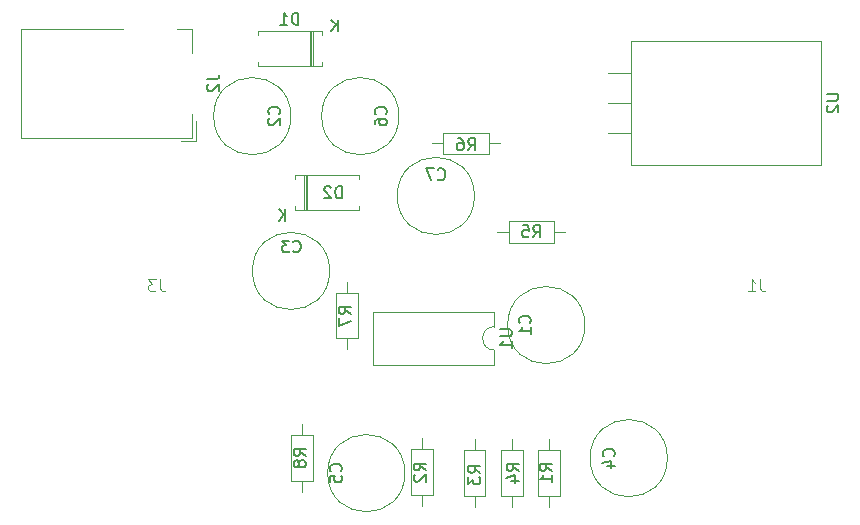
<source format=gbr>
%TF.GenerationSoftware,KiCad,Pcbnew,9.0.6*%
%TF.CreationDate,2026-02-26T15:07:22-08:00*%
%TF.ProjectId,mic_preamp_v1,6d69635f-7072-4656-916d-705f76312e6b,rev?*%
%TF.SameCoordinates,Original*%
%TF.FileFunction,Legend,Bot*%
%TF.FilePolarity,Positive*%
%FSLAX46Y46*%
G04 Gerber Fmt 4.6, Leading zero omitted, Abs format (unit mm)*
G04 Created by KiCad (PCBNEW 9.0.6) date 2026-02-26 15:07:22*
%MOMM*%
%LPD*%
G01*
G04 APERTURE LIST*
%ADD10C,0.100000*%
%ADD11C,0.150000*%
%ADD12C,0.120000*%
G04 APERTURE END LIST*
D10*
X129873333Y-95977419D02*
X129873333Y-96691704D01*
X129873333Y-96691704D02*
X129920952Y-96834561D01*
X129920952Y-96834561D02*
X130016190Y-96929800D01*
X130016190Y-96929800D02*
X130159047Y-96977419D01*
X130159047Y-96977419D02*
X130254285Y-96977419D01*
X129492380Y-95977419D02*
X128873333Y-95977419D01*
X128873333Y-95977419D02*
X129206666Y-96358371D01*
X129206666Y-96358371D02*
X129063809Y-96358371D01*
X129063809Y-96358371D02*
X128968571Y-96405990D01*
X128968571Y-96405990D02*
X128920952Y-96453609D01*
X128920952Y-96453609D02*
X128873333Y-96548847D01*
X128873333Y-96548847D02*
X128873333Y-96786942D01*
X128873333Y-96786942D02*
X128920952Y-96882180D01*
X128920952Y-96882180D02*
X128968571Y-96929800D01*
X128968571Y-96929800D02*
X129063809Y-96977419D01*
X129063809Y-96977419D02*
X129349523Y-96977419D01*
X129349523Y-96977419D02*
X129444761Y-96929800D01*
X129444761Y-96929800D02*
X129492380Y-96882180D01*
X180673333Y-95977419D02*
X180673333Y-96691704D01*
X180673333Y-96691704D02*
X180720952Y-96834561D01*
X180720952Y-96834561D02*
X180816190Y-96929800D01*
X180816190Y-96929800D02*
X180959047Y-96977419D01*
X180959047Y-96977419D02*
X181054285Y-96977419D01*
X179673333Y-96977419D02*
X180244761Y-96977419D01*
X179959047Y-96977419D02*
X179959047Y-95977419D01*
X179959047Y-95977419D02*
X180054285Y-96120276D01*
X180054285Y-96120276D02*
X180149523Y-96215514D01*
X180149523Y-96215514D02*
X180244761Y-96263133D01*
D11*
X145139580Y-112210938D02*
X145187200Y-112163319D01*
X145187200Y-112163319D02*
X145234819Y-112020462D01*
X145234819Y-112020462D02*
X145234819Y-111925224D01*
X145234819Y-111925224D02*
X145187200Y-111782367D01*
X145187200Y-111782367D02*
X145091961Y-111687129D01*
X145091961Y-111687129D02*
X144996723Y-111639510D01*
X144996723Y-111639510D02*
X144806247Y-111591891D01*
X144806247Y-111591891D02*
X144663390Y-111591891D01*
X144663390Y-111591891D02*
X144472914Y-111639510D01*
X144472914Y-111639510D02*
X144377676Y-111687129D01*
X144377676Y-111687129D02*
X144282438Y-111782367D01*
X144282438Y-111782367D02*
X144234819Y-111925224D01*
X144234819Y-111925224D02*
X144234819Y-112020462D01*
X144234819Y-112020462D02*
X144282438Y-112163319D01*
X144282438Y-112163319D02*
X144330057Y-112210938D01*
X144234819Y-113115700D02*
X144234819Y-112639510D01*
X144234819Y-112639510D02*
X144711009Y-112591891D01*
X144711009Y-112591891D02*
X144663390Y-112639510D01*
X144663390Y-112639510D02*
X144615771Y-112734748D01*
X144615771Y-112734748D02*
X144615771Y-112972843D01*
X144615771Y-112972843D02*
X144663390Y-113068081D01*
X144663390Y-113068081D02*
X144711009Y-113115700D01*
X144711009Y-113115700D02*
X144806247Y-113163319D01*
X144806247Y-113163319D02*
X145044342Y-113163319D01*
X145044342Y-113163319D02*
X145139580Y-113115700D01*
X145139580Y-113115700D02*
X145187200Y-113068081D01*
X145187200Y-113068081D02*
X145234819Y-112972843D01*
X145234819Y-112972843D02*
X145234819Y-112734748D01*
X145234819Y-112734748D02*
X145187200Y-112639510D01*
X145187200Y-112639510D02*
X145139580Y-112591891D01*
X156968819Y-112355333D02*
X156492628Y-112022000D01*
X156968819Y-111783905D02*
X155968819Y-111783905D01*
X155968819Y-111783905D02*
X155968819Y-112164857D01*
X155968819Y-112164857D02*
X156016438Y-112260095D01*
X156016438Y-112260095D02*
X156064057Y-112307714D01*
X156064057Y-112307714D02*
X156159295Y-112355333D01*
X156159295Y-112355333D02*
X156302152Y-112355333D01*
X156302152Y-112355333D02*
X156397390Y-112307714D01*
X156397390Y-112307714D02*
X156445009Y-112260095D01*
X156445009Y-112260095D02*
X156492628Y-112164857D01*
X156492628Y-112164857D02*
X156492628Y-111783905D01*
X155968819Y-112688667D02*
X155968819Y-113307714D01*
X155968819Y-113307714D02*
X156349771Y-112974381D01*
X156349771Y-112974381D02*
X156349771Y-113117238D01*
X156349771Y-113117238D02*
X156397390Y-113212476D01*
X156397390Y-113212476D02*
X156445009Y-113260095D01*
X156445009Y-113260095D02*
X156540247Y-113307714D01*
X156540247Y-113307714D02*
X156778342Y-113307714D01*
X156778342Y-113307714D02*
X156873580Y-113260095D01*
X156873580Y-113260095D02*
X156921200Y-113212476D01*
X156921200Y-113212476D02*
X156968819Y-113117238D01*
X156968819Y-113117238D02*
X156968819Y-112831524D01*
X156968819Y-112831524D02*
X156921200Y-112736286D01*
X156921200Y-112736286D02*
X156873580Y-112688667D01*
X142186819Y-110920938D02*
X141710628Y-110587605D01*
X142186819Y-110349510D02*
X141186819Y-110349510D01*
X141186819Y-110349510D02*
X141186819Y-110730462D01*
X141186819Y-110730462D02*
X141234438Y-110825700D01*
X141234438Y-110825700D02*
X141282057Y-110873319D01*
X141282057Y-110873319D02*
X141377295Y-110920938D01*
X141377295Y-110920938D02*
X141520152Y-110920938D01*
X141520152Y-110920938D02*
X141615390Y-110873319D01*
X141615390Y-110873319D02*
X141663009Y-110825700D01*
X141663009Y-110825700D02*
X141710628Y-110730462D01*
X141710628Y-110730462D02*
X141710628Y-110349510D01*
X141615390Y-111492367D02*
X141567771Y-111397129D01*
X141567771Y-111397129D02*
X141520152Y-111349510D01*
X141520152Y-111349510D02*
X141424914Y-111301891D01*
X141424914Y-111301891D02*
X141377295Y-111301891D01*
X141377295Y-111301891D02*
X141282057Y-111349510D01*
X141282057Y-111349510D02*
X141234438Y-111397129D01*
X141234438Y-111397129D02*
X141186819Y-111492367D01*
X141186819Y-111492367D02*
X141186819Y-111682843D01*
X141186819Y-111682843D02*
X141234438Y-111778081D01*
X141234438Y-111778081D02*
X141282057Y-111825700D01*
X141282057Y-111825700D02*
X141377295Y-111873319D01*
X141377295Y-111873319D02*
X141424914Y-111873319D01*
X141424914Y-111873319D02*
X141520152Y-111825700D01*
X141520152Y-111825700D02*
X141567771Y-111778081D01*
X141567771Y-111778081D02*
X141615390Y-111682843D01*
X141615390Y-111682843D02*
X141615390Y-111492367D01*
X141615390Y-111492367D02*
X141663009Y-111397129D01*
X141663009Y-111397129D02*
X141710628Y-111349510D01*
X141710628Y-111349510D02*
X141805866Y-111301891D01*
X141805866Y-111301891D02*
X141996342Y-111301891D01*
X141996342Y-111301891D02*
X142091580Y-111349510D01*
X142091580Y-111349510D02*
X142139200Y-111397129D01*
X142139200Y-111397129D02*
X142186819Y-111492367D01*
X142186819Y-111492367D02*
X142186819Y-111682843D01*
X142186819Y-111682843D02*
X142139200Y-111778081D01*
X142139200Y-111778081D02*
X142091580Y-111825700D01*
X142091580Y-111825700D02*
X141996342Y-111873319D01*
X141996342Y-111873319D02*
X141805866Y-111873319D01*
X141805866Y-111873319D02*
X141710628Y-111825700D01*
X141710628Y-111825700D02*
X141663009Y-111778081D01*
X141663009Y-111778081D02*
X141615390Y-111682843D01*
X186298819Y-80264095D02*
X187108342Y-80264095D01*
X187108342Y-80264095D02*
X187203580Y-80311714D01*
X187203580Y-80311714D02*
X187251200Y-80359333D01*
X187251200Y-80359333D02*
X187298819Y-80454571D01*
X187298819Y-80454571D02*
X187298819Y-80645047D01*
X187298819Y-80645047D02*
X187251200Y-80740285D01*
X187251200Y-80740285D02*
X187203580Y-80787904D01*
X187203580Y-80787904D02*
X187108342Y-80835523D01*
X187108342Y-80835523D02*
X186298819Y-80835523D01*
X186394057Y-81264095D02*
X186346438Y-81311714D01*
X186346438Y-81311714D02*
X186298819Y-81406952D01*
X186298819Y-81406952D02*
X186298819Y-81645047D01*
X186298819Y-81645047D02*
X186346438Y-81740285D01*
X186346438Y-81740285D02*
X186394057Y-81787904D01*
X186394057Y-81787904D02*
X186489295Y-81835523D01*
X186489295Y-81835523D02*
X186584533Y-81835523D01*
X186584533Y-81835523D02*
X186727390Y-81787904D01*
X186727390Y-81787904D02*
X187298819Y-81216476D01*
X187298819Y-81216476D02*
X187298819Y-81835523D01*
X163014819Y-112190938D02*
X162538628Y-111857605D01*
X163014819Y-111619510D02*
X162014819Y-111619510D01*
X162014819Y-111619510D02*
X162014819Y-112000462D01*
X162014819Y-112000462D02*
X162062438Y-112095700D01*
X162062438Y-112095700D02*
X162110057Y-112143319D01*
X162110057Y-112143319D02*
X162205295Y-112190938D01*
X162205295Y-112190938D02*
X162348152Y-112190938D01*
X162348152Y-112190938D02*
X162443390Y-112143319D01*
X162443390Y-112143319D02*
X162491009Y-112095700D01*
X162491009Y-112095700D02*
X162538628Y-112000462D01*
X162538628Y-112000462D02*
X162538628Y-111619510D01*
X163014819Y-113143319D02*
X163014819Y-112571891D01*
X163014819Y-112857605D02*
X162014819Y-112857605D01*
X162014819Y-112857605D02*
X162157676Y-112762367D01*
X162157676Y-112762367D02*
X162252914Y-112667129D01*
X162252914Y-112667129D02*
X162300533Y-112571891D01*
X161456666Y-92402819D02*
X161789999Y-91926628D01*
X162028094Y-92402819D02*
X162028094Y-91402819D01*
X162028094Y-91402819D02*
X161647142Y-91402819D01*
X161647142Y-91402819D02*
X161551904Y-91450438D01*
X161551904Y-91450438D02*
X161504285Y-91498057D01*
X161504285Y-91498057D02*
X161456666Y-91593295D01*
X161456666Y-91593295D02*
X161456666Y-91736152D01*
X161456666Y-91736152D02*
X161504285Y-91831390D01*
X161504285Y-91831390D02*
X161551904Y-91879009D01*
X161551904Y-91879009D02*
X161647142Y-91926628D01*
X161647142Y-91926628D02*
X162028094Y-91926628D01*
X160551904Y-91402819D02*
X161028094Y-91402819D01*
X161028094Y-91402819D02*
X161075713Y-91879009D01*
X161075713Y-91879009D02*
X161028094Y-91831390D01*
X161028094Y-91831390D02*
X160932856Y-91783771D01*
X160932856Y-91783771D02*
X160694761Y-91783771D01*
X160694761Y-91783771D02*
X160599523Y-91831390D01*
X160599523Y-91831390D02*
X160551904Y-91879009D01*
X160551904Y-91879009D02*
X160504285Y-91974247D01*
X160504285Y-91974247D02*
X160504285Y-92212342D01*
X160504285Y-92212342D02*
X160551904Y-92307580D01*
X160551904Y-92307580D02*
X160599523Y-92355200D01*
X160599523Y-92355200D02*
X160694761Y-92402819D01*
X160694761Y-92402819D02*
X160932856Y-92402819D01*
X160932856Y-92402819D02*
X161028094Y-92355200D01*
X161028094Y-92355200D02*
X161075713Y-92307580D01*
X133857819Y-79041666D02*
X134572104Y-79041666D01*
X134572104Y-79041666D02*
X134714961Y-78994047D01*
X134714961Y-78994047D02*
X134810200Y-78898809D01*
X134810200Y-78898809D02*
X134857819Y-78755952D01*
X134857819Y-78755952D02*
X134857819Y-78660714D01*
X133953057Y-79470238D02*
X133905438Y-79517857D01*
X133905438Y-79517857D02*
X133857819Y-79613095D01*
X133857819Y-79613095D02*
X133857819Y-79851190D01*
X133857819Y-79851190D02*
X133905438Y-79946428D01*
X133905438Y-79946428D02*
X133953057Y-79994047D01*
X133953057Y-79994047D02*
X134048295Y-80041666D01*
X134048295Y-80041666D02*
X134143533Y-80041666D01*
X134143533Y-80041666D02*
X134286390Y-79994047D01*
X134286390Y-79994047D02*
X134857819Y-79422619D01*
X134857819Y-79422619D02*
X134857819Y-80041666D01*
X152346819Y-112138728D02*
X151870628Y-111805395D01*
X152346819Y-111567300D02*
X151346819Y-111567300D01*
X151346819Y-111567300D02*
X151346819Y-111948252D01*
X151346819Y-111948252D02*
X151394438Y-112043490D01*
X151394438Y-112043490D02*
X151442057Y-112091109D01*
X151442057Y-112091109D02*
X151537295Y-112138728D01*
X151537295Y-112138728D02*
X151680152Y-112138728D01*
X151680152Y-112138728D02*
X151775390Y-112091109D01*
X151775390Y-112091109D02*
X151823009Y-112043490D01*
X151823009Y-112043490D02*
X151870628Y-111948252D01*
X151870628Y-111948252D02*
X151870628Y-111567300D01*
X151442057Y-112519681D02*
X151394438Y-112567300D01*
X151394438Y-112567300D02*
X151346819Y-112662538D01*
X151346819Y-112662538D02*
X151346819Y-112900633D01*
X151346819Y-112900633D02*
X151394438Y-112995871D01*
X151394438Y-112995871D02*
X151442057Y-113043490D01*
X151442057Y-113043490D02*
X151537295Y-113091109D01*
X151537295Y-113091109D02*
X151632533Y-113091109D01*
X151632533Y-113091109D02*
X151775390Y-113043490D01*
X151775390Y-113043490D02*
X152346819Y-112472062D01*
X152346819Y-112472062D02*
X152346819Y-113091109D01*
X148949580Y-81984938D02*
X148997200Y-81937319D01*
X148997200Y-81937319D02*
X149044819Y-81794462D01*
X149044819Y-81794462D02*
X149044819Y-81699224D01*
X149044819Y-81699224D02*
X148997200Y-81556367D01*
X148997200Y-81556367D02*
X148901961Y-81461129D01*
X148901961Y-81461129D02*
X148806723Y-81413510D01*
X148806723Y-81413510D02*
X148616247Y-81365891D01*
X148616247Y-81365891D02*
X148473390Y-81365891D01*
X148473390Y-81365891D02*
X148282914Y-81413510D01*
X148282914Y-81413510D02*
X148187676Y-81461129D01*
X148187676Y-81461129D02*
X148092438Y-81556367D01*
X148092438Y-81556367D02*
X148044819Y-81699224D01*
X148044819Y-81699224D02*
X148044819Y-81794462D01*
X148044819Y-81794462D02*
X148092438Y-81937319D01*
X148092438Y-81937319D02*
X148140057Y-81984938D01*
X148044819Y-82842081D02*
X148044819Y-82651605D01*
X148044819Y-82651605D02*
X148092438Y-82556367D01*
X148092438Y-82556367D02*
X148140057Y-82508748D01*
X148140057Y-82508748D02*
X148282914Y-82413510D01*
X148282914Y-82413510D02*
X148473390Y-82365891D01*
X148473390Y-82365891D02*
X148854342Y-82365891D01*
X148854342Y-82365891D02*
X148949580Y-82413510D01*
X148949580Y-82413510D02*
X148997200Y-82461129D01*
X148997200Y-82461129D02*
X149044819Y-82556367D01*
X149044819Y-82556367D02*
X149044819Y-82746843D01*
X149044819Y-82746843D02*
X148997200Y-82842081D01*
X148997200Y-82842081D02*
X148949580Y-82889700D01*
X148949580Y-82889700D02*
X148854342Y-82937319D01*
X148854342Y-82937319D02*
X148616247Y-82937319D01*
X148616247Y-82937319D02*
X148521009Y-82889700D01*
X148521009Y-82889700D02*
X148473390Y-82842081D01*
X148473390Y-82842081D02*
X148425771Y-82746843D01*
X148425771Y-82746843D02*
X148425771Y-82556367D01*
X148425771Y-82556367D02*
X148473390Y-82461129D01*
X148473390Y-82461129D02*
X148521009Y-82413510D01*
X148521009Y-82413510D02*
X148616247Y-82365891D01*
X145264094Y-89100819D02*
X145264094Y-88100819D01*
X145264094Y-88100819D02*
X145025999Y-88100819D01*
X145025999Y-88100819D02*
X144883142Y-88148438D01*
X144883142Y-88148438D02*
X144787904Y-88243676D01*
X144787904Y-88243676D02*
X144740285Y-88338914D01*
X144740285Y-88338914D02*
X144692666Y-88529390D01*
X144692666Y-88529390D02*
X144692666Y-88672247D01*
X144692666Y-88672247D02*
X144740285Y-88862723D01*
X144740285Y-88862723D02*
X144787904Y-88957961D01*
X144787904Y-88957961D02*
X144883142Y-89053200D01*
X144883142Y-89053200D02*
X145025999Y-89100819D01*
X145025999Y-89100819D02*
X145264094Y-89100819D01*
X144311713Y-88196057D02*
X144264094Y-88148438D01*
X144264094Y-88148438D02*
X144168856Y-88100819D01*
X144168856Y-88100819D02*
X143930761Y-88100819D01*
X143930761Y-88100819D02*
X143835523Y-88148438D01*
X143835523Y-88148438D02*
X143787904Y-88196057D01*
X143787904Y-88196057D02*
X143740285Y-88291295D01*
X143740285Y-88291295D02*
X143740285Y-88386533D01*
X143740285Y-88386533D02*
X143787904Y-88529390D01*
X143787904Y-88529390D02*
X144359332Y-89100819D01*
X144359332Y-89100819D02*
X143740285Y-89100819D01*
X140469904Y-91000819D02*
X140469904Y-90000819D01*
X139898476Y-91000819D02*
X140327047Y-90429390D01*
X139898476Y-90000819D02*
X140469904Y-90572247D01*
X155940666Y-85036819D02*
X156273999Y-84560628D01*
X156512094Y-85036819D02*
X156512094Y-84036819D01*
X156512094Y-84036819D02*
X156131142Y-84036819D01*
X156131142Y-84036819D02*
X156035904Y-84084438D01*
X156035904Y-84084438D02*
X155988285Y-84132057D01*
X155988285Y-84132057D02*
X155940666Y-84227295D01*
X155940666Y-84227295D02*
X155940666Y-84370152D01*
X155940666Y-84370152D02*
X155988285Y-84465390D01*
X155988285Y-84465390D02*
X156035904Y-84513009D01*
X156035904Y-84513009D02*
X156131142Y-84560628D01*
X156131142Y-84560628D02*
X156512094Y-84560628D01*
X155083523Y-84036819D02*
X155273999Y-84036819D01*
X155273999Y-84036819D02*
X155369237Y-84084438D01*
X155369237Y-84084438D02*
X155416856Y-84132057D01*
X155416856Y-84132057D02*
X155512094Y-84274914D01*
X155512094Y-84274914D02*
X155559713Y-84465390D01*
X155559713Y-84465390D02*
X155559713Y-84846342D01*
X155559713Y-84846342D02*
X155512094Y-84941580D01*
X155512094Y-84941580D02*
X155464475Y-84989200D01*
X155464475Y-84989200D02*
X155369237Y-85036819D01*
X155369237Y-85036819D02*
X155178761Y-85036819D01*
X155178761Y-85036819D02*
X155083523Y-84989200D01*
X155083523Y-84989200D02*
X155035904Y-84941580D01*
X155035904Y-84941580D02*
X154988285Y-84846342D01*
X154988285Y-84846342D02*
X154988285Y-84608247D01*
X154988285Y-84608247D02*
X155035904Y-84513009D01*
X155035904Y-84513009D02*
X155083523Y-84465390D01*
X155083523Y-84465390D02*
X155178761Y-84417771D01*
X155178761Y-84417771D02*
X155369237Y-84417771D01*
X155369237Y-84417771D02*
X155464475Y-84465390D01*
X155464475Y-84465390D02*
X155512094Y-84513009D01*
X155512094Y-84513009D02*
X155559713Y-84608247D01*
X139932580Y-81964938D02*
X139980200Y-81917319D01*
X139980200Y-81917319D02*
X140027819Y-81774462D01*
X140027819Y-81774462D02*
X140027819Y-81679224D01*
X140027819Y-81679224D02*
X139980200Y-81536367D01*
X139980200Y-81536367D02*
X139884961Y-81441129D01*
X139884961Y-81441129D02*
X139789723Y-81393510D01*
X139789723Y-81393510D02*
X139599247Y-81345891D01*
X139599247Y-81345891D02*
X139456390Y-81345891D01*
X139456390Y-81345891D02*
X139265914Y-81393510D01*
X139265914Y-81393510D02*
X139170676Y-81441129D01*
X139170676Y-81441129D02*
X139075438Y-81536367D01*
X139075438Y-81536367D02*
X139027819Y-81679224D01*
X139027819Y-81679224D02*
X139027819Y-81774462D01*
X139027819Y-81774462D02*
X139075438Y-81917319D01*
X139075438Y-81917319D02*
X139123057Y-81964938D01*
X139123057Y-82345891D02*
X139075438Y-82393510D01*
X139075438Y-82393510D02*
X139027819Y-82488748D01*
X139027819Y-82488748D02*
X139027819Y-82726843D01*
X139027819Y-82726843D02*
X139075438Y-82822081D01*
X139075438Y-82822081D02*
X139123057Y-82869700D01*
X139123057Y-82869700D02*
X139218295Y-82917319D01*
X139218295Y-82917319D02*
X139313533Y-82917319D01*
X139313533Y-82917319D02*
X139456390Y-82869700D01*
X139456390Y-82869700D02*
X140027819Y-82298272D01*
X140027819Y-82298272D02*
X140027819Y-82917319D01*
X153380666Y-87486790D02*
X153428285Y-87534410D01*
X153428285Y-87534410D02*
X153571142Y-87582029D01*
X153571142Y-87582029D02*
X153666380Y-87582029D01*
X153666380Y-87582029D02*
X153809237Y-87534410D01*
X153809237Y-87534410D02*
X153904475Y-87439171D01*
X153904475Y-87439171D02*
X153952094Y-87343933D01*
X153952094Y-87343933D02*
X153999713Y-87153457D01*
X153999713Y-87153457D02*
X153999713Y-87010600D01*
X153999713Y-87010600D02*
X153952094Y-86820124D01*
X153952094Y-86820124D02*
X153904475Y-86724886D01*
X153904475Y-86724886D02*
X153809237Y-86629648D01*
X153809237Y-86629648D02*
X153666380Y-86582029D01*
X153666380Y-86582029D02*
X153571142Y-86582029D01*
X153571142Y-86582029D02*
X153428285Y-86629648D01*
X153428285Y-86629648D02*
X153380666Y-86677267D01*
X153047332Y-86582029D02*
X152380666Y-86582029D01*
X152380666Y-86582029D02*
X152809237Y-87582029D01*
X141136666Y-93593050D02*
X141184285Y-93640670D01*
X141184285Y-93640670D02*
X141327142Y-93688289D01*
X141327142Y-93688289D02*
X141422380Y-93688289D01*
X141422380Y-93688289D02*
X141565237Y-93640670D01*
X141565237Y-93640670D02*
X141660475Y-93545431D01*
X141660475Y-93545431D02*
X141708094Y-93450193D01*
X141708094Y-93450193D02*
X141755713Y-93259717D01*
X141755713Y-93259717D02*
X141755713Y-93116860D01*
X141755713Y-93116860D02*
X141708094Y-92926384D01*
X141708094Y-92926384D02*
X141660475Y-92831146D01*
X141660475Y-92831146D02*
X141565237Y-92735908D01*
X141565237Y-92735908D02*
X141422380Y-92688289D01*
X141422380Y-92688289D02*
X141327142Y-92688289D01*
X141327142Y-92688289D02*
X141184285Y-92735908D01*
X141184285Y-92735908D02*
X141136666Y-92783527D01*
X140803332Y-92688289D02*
X140184285Y-92688289D01*
X140184285Y-92688289D02*
X140517618Y-93069241D01*
X140517618Y-93069241D02*
X140374761Y-93069241D01*
X140374761Y-93069241D02*
X140279523Y-93116860D01*
X140279523Y-93116860D02*
X140231904Y-93164479D01*
X140231904Y-93164479D02*
X140184285Y-93259717D01*
X140184285Y-93259717D02*
X140184285Y-93497812D01*
X140184285Y-93497812D02*
X140231904Y-93593050D01*
X140231904Y-93593050D02*
X140279523Y-93640670D01*
X140279523Y-93640670D02*
X140374761Y-93688289D01*
X140374761Y-93688289D02*
X140660475Y-93688289D01*
X140660475Y-93688289D02*
X140755713Y-93640670D01*
X140755713Y-93640670D02*
X140803332Y-93593050D01*
X158629819Y-100203095D02*
X159439342Y-100203095D01*
X159439342Y-100203095D02*
X159534580Y-100250714D01*
X159534580Y-100250714D02*
X159582200Y-100298333D01*
X159582200Y-100298333D02*
X159629819Y-100393571D01*
X159629819Y-100393571D02*
X159629819Y-100584047D01*
X159629819Y-100584047D02*
X159582200Y-100679285D01*
X159582200Y-100679285D02*
X159534580Y-100726904D01*
X159534580Y-100726904D02*
X159439342Y-100774523D01*
X159439342Y-100774523D02*
X158629819Y-100774523D01*
X159629819Y-101774523D02*
X159629819Y-101203095D01*
X159629819Y-101488809D02*
X158629819Y-101488809D01*
X158629819Y-101488809D02*
X158772676Y-101393571D01*
X158772676Y-101393571D02*
X158867914Y-101298333D01*
X158867914Y-101298333D02*
X158915533Y-101203095D01*
X141581094Y-74401424D02*
X141581094Y-73401424D01*
X141581094Y-73401424D02*
X141342999Y-73401424D01*
X141342999Y-73401424D02*
X141200142Y-73449043D01*
X141200142Y-73449043D02*
X141104904Y-73544281D01*
X141104904Y-73544281D02*
X141057285Y-73639519D01*
X141057285Y-73639519D02*
X141009666Y-73829995D01*
X141009666Y-73829995D02*
X141009666Y-73972852D01*
X141009666Y-73972852D02*
X141057285Y-74163328D01*
X141057285Y-74163328D02*
X141104904Y-74258566D01*
X141104904Y-74258566D02*
X141200142Y-74353805D01*
X141200142Y-74353805D02*
X141342999Y-74401424D01*
X141342999Y-74401424D02*
X141581094Y-74401424D01*
X140057285Y-74401424D02*
X140628713Y-74401424D01*
X140342999Y-74401424D02*
X140342999Y-73401424D01*
X140342999Y-73401424D02*
X140438237Y-73544281D01*
X140438237Y-73544281D02*
X140533475Y-73639519D01*
X140533475Y-73639519D02*
X140628713Y-73687138D01*
X144914904Y-74971424D02*
X144914904Y-73971424D01*
X144343476Y-74971424D02*
X144772047Y-74399995D01*
X144343476Y-73971424D02*
X144914904Y-74542852D01*
X160220819Y-112190938D02*
X159744628Y-111857605D01*
X160220819Y-111619510D02*
X159220819Y-111619510D01*
X159220819Y-111619510D02*
X159220819Y-112000462D01*
X159220819Y-112000462D02*
X159268438Y-112095700D01*
X159268438Y-112095700D02*
X159316057Y-112143319D01*
X159316057Y-112143319D02*
X159411295Y-112190938D01*
X159411295Y-112190938D02*
X159554152Y-112190938D01*
X159554152Y-112190938D02*
X159649390Y-112143319D01*
X159649390Y-112143319D02*
X159697009Y-112095700D01*
X159697009Y-112095700D02*
X159744628Y-112000462D01*
X159744628Y-112000462D02*
X159744628Y-111619510D01*
X159554152Y-113048081D02*
X160220819Y-113048081D01*
X159173200Y-112809986D02*
X159887485Y-112571891D01*
X159887485Y-112571891D02*
X159887485Y-113190938D01*
X161141580Y-99655333D02*
X161189200Y-99607714D01*
X161189200Y-99607714D02*
X161236819Y-99464857D01*
X161236819Y-99464857D02*
X161236819Y-99369619D01*
X161236819Y-99369619D02*
X161189200Y-99226762D01*
X161189200Y-99226762D02*
X161093961Y-99131524D01*
X161093961Y-99131524D02*
X160998723Y-99083905D01*
X160998723Y-99083905D02*
X160808247Y-99036286D01*
X160808247Y-99036286D02*
X160665390Y-99036286D01*
X160665390Y-99036286D02*
X160474914Y-99083905D01*
X160474914Y-99083905D02*
X160379676Y-99131524D01*
X160379676Y-99131524D02*
X160284438Y-99226762D01*
X160284438Y-99226762D02*
X160236819Y-99369619D01*
X160236819Y-99369619D02*
X160236819Y-99464857D01*
X160236819Y-99464857D02*
X160284438Y-99607714D01*
X160284438Y-99607714D02*
X160332057Y-99655333D01*
X161236819Y-100607714D02*
X161236819Y-100036286D01*
X161236819Y-100322000D02*
X160236819Y-100322000D01*
X160236819Y-100322000D02*
X160379676Y-100226762D01*
X160379676Y-100226762D02*
X160474914Y-100131524D01*
X160474914Y-100131524D02*
X160522533Y-100036286D01*
X145996819Y-98893333D02*
X145520628Y-98560000D01*
X145996819Y-98321905D02*
X144996819Y-98321905D01*
X144996819Y-98321905D02*
X144996819Y-98702857D01*
X144996819Y-98702857D02*
X145044438Y-98798095D01*
X145044438Y-98798095D02*
X145092057Y-98845714D01*
X145092057Y-98845714D02*
X145187295Y-98893333D01*
X145187295Y-98893333D02*
X145330152Y-98893333D01*
X145330152Y-98893333D02*
X145425390Y-98845714D01*
X145425390Y-98845714D02*
X145473009Y-98798095D01*
X145473009Y-98798095D02*
X145520628Y-98702857D01*
X145520628Y-98702857D02*
X145520628Y-98321905D01*
X144996819Y-99226667D02*
X144996819Y-99893333D01*
X144996819Y-99893333D02*
X145996819Y-99464762D01*
X168253580Y-110940938D02*
X168301200Y-110893319D01*
X168301200Y-110893319D02*
X168348819Y-110750462D01*
X168348819Y-110750462D02*
X168348819Y-110655224D01*
X168348819Y-110655224D02*
X168301200Y-110512367D01*
X168301200Y-110512367D02*
X168205961Y-110417129D01*
X168205961Y-110417129D02*
X168110723Y-110369510D01*
X168110723Y-110369510D02*
X167920247Y-110321891D01*
X167920247Y-110321891D02*
X167777390Y-110321891D01*
X167777390Y-110321891D02*
X167586914Y-110369510D01*
X167586914Y-110369510D02*
X167491676Y-110417129D01*
X167491676Y-110417129D02*
X167396438Y-110512367D01*
X167396438Y-110512367D02*
X167348819Y-110655224D01*
X167348819Y-110655224D02*
X167348819Y-110750462D01*
X167348819Y-110750462D02*
X167396438Y-110893319D01*
X167396438Y-110893319D02*
X167444057Y-110940938D01*
X167682152Y-111798081D02*
X168348819Y-111798081D01*
X167301200Y-111559986D02*
X168015485Y-111321891D01*
X168015485Y-111321891D02*
X168015485Y-111940938D01*
D12*
%TO.C,C5*%
X150590000Y-112377605D02*
G75*
G02*
X144050000Y-112377605I-3270000J0D01*
G01*
X144050000Y-112377605D02*
G75*
G02*
X150590000Y-112377605I3270000J0D01*
G01*
%TO.C,R3*%
X155569000Y-110437605D02*
X157409000Y-110437605D01*
X155569000Y-114277605D02*
X155569000Y-110437605D01*
X156489000Y-109487605D02*
X156489000Y-110437605D01*
X156489000Y-115227605D02*
X156489000Y-114277605D01*
X157409000Y-110437605D02*
X157409000Y-114277605D01*
X157409000Y-114277605D02*
X155569000Y-114277605D01*
%TO.C,R8*%
X140939000Y-109167605D02*
X142779000Y-109167605D01*
X140939000Y-113007605D02*
X140939000Y-109167605D01*
X141859000Y-108217605D02*
X141859000Y-109167605D01*
X141859000Y-113957605D02*
X141859000Y-113007605D01*
X142779000Y-109167605D02*
X142779000Y-113007605D01*
X142779000Y-113007605D02*
X140939000Y-113007605D01*
%TO.C,U2*%
X169734000Y-78486000D02*
X167774000Y-78486000D01*
X169734000Y-81026000D02*
X167774000Y-81026000D01*
X169734000Y-83566000D02*
X167774000Y-83566000D01*
X169734000Y-86276000D02*
X169734000Y-75776000D01*
X185844000Y-75776000D02*
X169734000Y-75776000D01*
X185844000Y-86276000D02*
X169734000Y-86276000D01*
X185844000Y-86276000D02*
X185844000Y-75776000D01*
%TO.C,R1*%
X161894000Y-110437605D02*
X163734000Y-110437605D01*
X161894000Y-114277605D02*
X161894000Y-110437605D01*
X162814000Y-109487605D02*
X162814000Y-110437605D01*
X162814000Y-115227605D02*
X162814000Y-114277605D01*
X163734000Y-110437605D02*
X163734000Y-114277605D01*
X163734000Y-114277605D02*
X161894000Y-114277605D01*
%TO.C,R5*%
X158420000Y-91948000D02*
X159370000Y-91948000D01*
X159370000Y-91028000D02*
X163210000Y-91028000D01*
X159370000Y-92868000D02*
X159370000Y-91028000D01*
X163210000Y-91028000D02*
X163210000Y-92868000D01*
X163210000Y-92868000D02*
X159370000Y-92868000D01*
X164160000Y-91948000D02*
X163210000Y-91948000D01*
%TO.C,J2*%
X118103000Y-74775000D02*
X118103000Y-83975000D01*
X118103000Y-83975000D02*
X132603000Y-83975000D01*
X126703000Y-74775000D02*
X118103000Y-74775000D01*
X132603000Y-74775000D02*
X131303000Y-74775000D01*
X132603000Y-76775000D02*
X132603000Y-74775000D01*
X132603000Y-83975000D02*
X132603000Y-81975000D01*
X132903000Y-82575000D02*
X132903000Y-84275000D01*
X132903000Y-84275000D02*
X131603000Y-84275000D01*
%TO.C,R2*%
X151099000Y-110348000D02*
X152939000Y-110348000D01*
X151099000Y-114188000D02*
X151099000Y-110348000D01*
X152019000Y-109398000D02*
X152019000Y-110348000D01*
X152019000Y-115138000D02*
X152019000Y-114188000D01*
X152939000Y-110348000D02*
X152939000Y-114188000D01*
X152939000Y-114188000D02*
X151099000Y-114188000D01*
%TO.C,C6*%
X150082000Y-82151605D02*
G75*
G02*
X143542000Y-82151605I-3270000J0D01*
G01*
X143542000Y-82151605D02*
G75*
G02*
X150082000Y-82151605I3270000J0D01*
G01*
%TO.C,D2*%
X141298000Y-87176000D02*
X146738000Y-87176000D01*
X141298000Y-87506000D02*
X141298000Y-87176000D01*
X141298000Y-89786000D02*
X141298000Y-90116000D01*
X141298000Y-90116000D02*
X146738000Y-90116000D01*
X142078000Y-90116000D02*
X142078000Y-87176000D01*
X142198000Y-90116000D02*
X142198000Y-87176000D01*
X142318000Y-90116000D02*
X142318000Y-87176000D01*
X146738000Y-87176000D02*
X146738000Y-87506000D01*
X146738000Y-90116000D02*
X146738000Y-89786000D01*
%TO.C,R6*%
X152904000Y-84457605D02*
X153854000Y-84457605D01*
X153854000Y-83537605D02*
X157694000Y-83537605D01*
X153854000Y-85377605D02*
X153854000Y-83537605D01*
X157694000Y-83537605D02*
X157694000Y-85377605D01*
X157694000Y-85377605D02*
X153854000Y-85377605D01*
X158644000Y-84457605D02*
X157694000Y-84457605D01*
%TO.C,C2*%
X140938000Y-82151605D02*
G75*
G02*
X134398000Y-82151605I-3270000J0D01*
G01*
X134398000Y-82151605D02*
G75*
G02*
X140938000Y-82151605I3270000J0D01*
G01*
%TO.C,C7*%
X156484000Y-88902605D02*
G75*
G02*
X149944000Y-88902605I-3270000J0D01*
G01*
X149944000Y-88902605D02*
G75*
G02*
X156484000Y-88902605I3270000J0D01*
G01*
%TO.C,C3*%
X144220000Y-95257735D02*
G75*
G02*
X137680000Y-95257735I-3270000J0D01*
G01*
X137680000Y-95257735D02*
G75*
G02*
X144220000Y-95257735I3270000J0D01*
G01*
%TO.C,U1*%
X147895000Y-98715000D02*
X158175000Y-98715000D01*
X147895000Y-103215000D02*
X147895000Y-98715000D01*
X158175000Y-98715000D02*
X158175000Y-99965000D01*
X158175000Y-101965000D02*
X158175000Y-103215000D01*
X158175000Y-103215000D02*
X147895000Y-103215000D01*
X158175000Y-101965000D02*
G75*
G02*
X158175000Y-99965000I0J1000000D01*
G01*
%TO.C,D1*%
X138123000Y-74946605D02*
X138123000Y-75276605D01*
X138123000Y-77886605D02*
X138123000Y-77556605D01*
X142543000Y-74946605D02*
X142543000Y-77886605D01*
X142663000Y-74946605D02*
X142663000Y-77886605D01*
X142783000Y-74946605D02*
X142783000Y-77886605D01*
X143563000Y-74946605D02*
X138123000Y-74946605D01*
X143563000Y-75276605D02*
X143563000Y-74946605D01*
X143563000Y-77556605D02*
X143563000Y-77886605D01*
X143563000Y-77886605D02*
X138123000Y-77886605D01*
%TO.C,R4*%
X158719000Y-110437605D02*
X160559000Y-110437605D01*
X158719000Y-114277605D02*
X158719000Y-110437605D01*
X159639000Y-109487605D02*
X159639000Y-110437605D01*
X159639000Y-115227605D02*
X159639000Y-114277605D01*
X160559000Y-110437605D02*
X160559000Y-114277605D01*
X160559000Y-114277605D02*
X158719000Y-114277605D01*
%TO.C,C1*%
X165830000Y-99842000D02*
G75*
G02*
X159290000Y-99842000I-3270000J0D01*
G01*
X159290000Y-99842000D02*
G75*
G02*
X165830000Y-99842000I3270000J0D01*
G01*
%TO.C,R7*%
X144749000Y-97102605D02*
X146589000Y-97102605D01*
X144749000Y-100942605D02*
X144749000Y-97102605D01*
X145669000Y-96152605D02*
X145669000Y-97102605D01*
X145669000Y-101892605D02*
X145669000Y-100942605D01*
X146589000Y-97102605D02*
X146589000Y-100942605D01*
X146589000Y-100942605D02*
X144749000Y-100942605D01*
%TO.C,C4*%
X172815000Y-111107605D02*
G75*
G02*
X166275000Y-111107605I-3270000J0D01*
G01*
X166275000Y-111107605D02*
G75*
G02*
X172815000Y-111107605I3270000J0D01*
G01*
%TD*%
M02*

</source>
